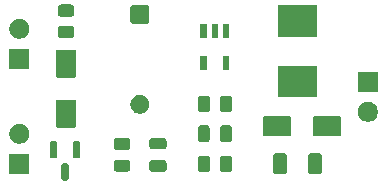
<source format=gbr>
%TF.GenerationSoftware,KiCad,Pcbnew,9.0.2*%
%TF.CreationDate,2025-06-14T21:55:15+08:00*%
%TF.ProjectId,Tiny Solar Supply,54696e79-2053-46f6-9c61-722053757070,rev?*%
%TF.SameCoordinates,Original*%
%TF.FileFunction,Soldermask,Top*%
%TF.FilePolarity,Negative*%
%FSLAX46Y46*%
G04 Gerber Fmt 4.6, Leading zero omitted, Abs format (unit mm)*
G04 Created by KiCad (PCBNEW 9.0.2) date 2025-06-14 21:55:15*
%MOMM*%
%LPD*%
G01*
G04 APERTURE LIST*
G04 APERTURE END LIST*
G36*
X82757403Y-100287418D02*
G01*
X82806066Y-100319934D01*
X82838582Y-100368597D01*
X82850000Y-100426000D01*
X82850000Y-101601000D01*
X82838582Y-101658403D01*
X82806066Y-101707066D01*
X82757403Y-101739582D01*
X82700000Y-101751000D01*
X82400000Y-101751000D01*
X82342597Y-101739582D01*
X82293934Y-101707066D01*
X82261418Y-101658403D01*
X82250000Y-101601000D01*
X82250000Y-100426000D01*
X82261418Y-100368597D01*
X82293934Y-100319934D01*
X82342597Y-100287418D01*
X82400000Y-100276000D01*
X82700000Y-100276000D01*
X82757403Y-100287418D01*
G37*
G36*
X101089850Y-99430964D02*
G01*
X101140040Y-99436787D01*
X101157189Y-99444359D01*
X101180671Y-99449030D01*
X101205810Y-99465827D01*
X101225696Y-99474608D01*
X101239277Y-99488189D01*
X101261777Y-99503223D01*
X101276810Y-99525722D01*
X101290391Y-99539303D01*
X101299170Y-99559186D01*
X101315970Y-99584329D01*
X101320641Y-99607812D01*
X101328212Y-99624959D01*
X101334033Y-99675139D01*
X101335000Y-99680000D01*
X101335000Y-100980000D01*
X101334032Y-100984863D01*
X101328212Y-101035040D01*
X101320641Y-101052185D01*
X101315970Y-101075671D01*
X101299169Y-101100815D01*
X101290391Y-101120696D01*
X101276812Y-101134274D01*
X101261777Y-101156777D01*
X101239274Y-101171812D01*
X101225696Y-101185391D01*
X101205815Y-101194169D01*
X101180671Y-101210970D01*
X101157185Y-101215641D01*
X101140040Y-101223212D01*
X101089861Y-101229032D01*
X101085000Y-101230000D01*
X100435000Y-101230000D01*
X100430138Y-101229032D01*
X100379959Y-101223212D01*
X100362812Y-101215641D01*
X100339329Y-101210970D01*
X100314186Y-101194170D01*
X100294303Y-101185391D01*
X100280722Y-101171810D01*
X100258223Y-101156777D01*
X100243189Y-101134277D01*
X100229608Y-101120696D01*
X100220827Y-101100810D01*
X100204030Y-101075671D01*
X100199359Y-101052189D01*
X100191787Y-101035040D01*
X100185964Y-100984849D01*
X100185000Y-100980000D01*
X100185000Y-99680000D01*
X100185964Y-99675150D01*
X100191787Y-99624959D01*
X100199359Y-99607808D01*
X100204030Y-99584329D01*
X100220826Y-99559191D01*
X100229608Y-99539303D01*
X100243191Y-99525719D01*
X100258223Y-99503223D01*
X100280719Y-99488191D01*
X100294303Y-99474608D01*
X100314191Y-99465826D01*
X100339329Y-99449030D01*
X100362808Y-99444359D01*
X100379959Y-99436787D01*
X100430151Y-99430964D01*
X100435000Y-99430000D01*
X101085000Y-99430000D01*
X101089850Y-99430964D01*
G37*
G36*
X104039850Y-99430964D02*
G01*
X104090040Y-99436787D01*
X104107189Y-99444359D01*
X104130671Y-99449030D01*
X104155810Y-99465827D01*
X104175696Y-99474608D01*
X104189277Y-99488189D01*
X104211777Y-99503223D01*
X104226810Y-99525722D01*
X104240391Y-99539303D01*
X104249170Y-99559186D01*
X104265970Y-99584329D01*
X104270641Y-99607812D01*
X104278212Y-99624959D01*
X104284033Y-99675139D01*
X104285000Y-99680000D01*
X104285000Y-100980000D01*
X104284032Y-100984863D01*
X104278212Y-101035040D01*
X104270641Y-101052185D01*
X104265970Y-101075671D01*
X104249169Y-101100815D01*
X104240391Y-101120696D01*
X104226812Y-101134274D01*
X104211777Y-101156777D01*
X104189274Y-101171812D01*
X104175696Y-101185391D01*
X104155815Y-101194169D01*
X104130671Y-101210970D01*
X104107185Y-101215641D01*
X104090040Y-101223212D01*
X104039861Y-101229032D01*
X104035000Y-101230000D01*
X103385000Y-101230000D01*
X103380138Y-101229032D01*
X103329959Y-101223212D01*
X103312812Y-101215641D01*
X103289329Y-101210970D01*
X103264186Y-101194170D01*
X103244303Y-101185391D01*
X103230722Y-101171810D01*
X103208223Y-101156777D01*
X103193189Y-101134277D01*
X103179608Y-101120696D01*
X103170827Y-101100810D01*
X103154030Y-101075671D01*
X103149359Y-101052189D01*
X103141787Y-101035040D01*
X103135964Y-100984849D01*
X103135000Y-100980000D01*
X103135000Y-99680000D01*
X103135964Y-99675150D01*
X103141787Y-99624959D01*
X103149359Y-99607808D01*
X103154030Y-99584329D01*
X103170826Y-99559191D01*
X103179608Y-99539303D01*
X103193191Y-99525719D01*
X103208223Y-99503223D01*
X103230719Y-99488191D01*
X103244303Y-99474608D01*
X103264191Y-99465826D01*
X103289329Y-99449030D01*
X103312808Y-99444359D01*
X103329959Y-99436787D01*
X103380151Y-99430964D01*
X103385000Y-99430000D01*
X104035000Y-99430000D01*
X104039850Y-99430964D01*
G37*
G36*
X79530000Y-101185000D02*
G01*
X77830000Y-101185000D01*
X77830000Y-99485000D01*
X79530000Y-99485000D01*
X79530000Y-101185000D01*
G37*
G36*
X94604850Y-99630964D02*
G01*
X94655040Y-99636787D01*
X94672189Y-99644359D01*
X94695671Y-99649030D01*
X94720810Y-99665827D01*
X94740696Y-99674608D01*
X94754277Y-99688189D01*
X94776777Y-99703223D01*
X94791810Y-99725722D01*
X94805391Y-99739303D01*
X94814170Y-99759186D01*
X94830970Y-99784329D01*
X94835641Y-99807812D01*
X94843212Y-99824959D01*
X94849033Y-99875139D01*
X94850000Y-99880000D01*
X94850000Y-100780000D01*
X94849032Y-100784863D01*
X94843212Y-100835040D01*
X94835641Y-100852185D01*
X94830970Y-100875671D01*
X94814169Y-100900815D01*
X94805391Y-100920696D01*
X94791812Y-100934274D01*
X94776777Y-100956777D01*
X94754274Y-100971812D01*
X94740696Y-100985391D01*
X94720815Y-100994169D01*
X94695671Y-101010970D01*
X94672185Y-101015641D01*
X94655040Y-101023212D01*
X94604861Y-101029032D01*
X94600000Y-101030000D01*
X94075000Y-101030000D01*
X94070138Y-101029032D01*
X94019959Y-101023212D01*
X94002812Y-101015641D01*
X93979329Y-101010970D01*
X93954186Y-100994170D01*
X93934303Y-100985391D01*
X93920722Y-100971810D01*
X93898223Y-100956777D01*
X93883189Y-100934277D01*
X93869608Y-100920696D01*
X93860827Y-100900810D01*
X93844030Y-100875671D01*
X93839359Y-100852189D01*
X93831787Y-100835040D01*
X93825964Y-100784849D01*
X93825000Y-100780000D01*
X93825000Y-99880000D01*
X93825964Y-99875150D01*
X93831787Y-99824959D01*
X93839359Y-99807808D01*
X93844030Y-99784329D01*
X93860826Y-99759191D01*
X93869608Y-99739303D01*
X93883191Y-99725719D01*
X93898223Y-99703223D01*
X93920719Y-99688191D01*
X93934303Y-99674608D01*
X93954191Y-99665826D01*
X93979329Y-99649030D01*
X94002808Y-99644359D01*
X94019959Y-99636787D01*
X94070151Y-99630964D01*
X94075000Y-99630000D01*
X94600000Y-99630000D01*
X94604850Y-99630964D01*
G37*
G36*
X96429850Y-99630964D02*
G01*
X96480040Y-99636787D01*
X96497189Y-99644359D01*
X96520671Y-99649030D01*
X96545810Y-99665827D01*
X96565696Y-99674608D01*
X96579277Y-99688189D01*
X96601777Y-99703223D01*
X96616810Y-99725722D01*
X96630391Y-99739303D01*
X96639170Y-99759186D01*
X96655970Y-99784329D01*
X96660641Y-99807812D01*
X96668212Y-99824959D01*
X96674033Y-99875139D01*
X96675000Y-99880000D01*
X96675000Y-100780000D01*
X96674032Y-100784863D01*
X96668212Y-100835040D01*
X96660641Y-100852185D01*
X96655970Y-100875671D01*
X96639169Y-100900815D01*
X96630391Y-100920696D01*
X96616812Y-100934274D01*
X96601777Y-100956777D01*
X96579274Y-100971812D01*
X96565696Y-100985391D01*
X96545815Y-100994169D01*
X96520671Y-101010970D01*
X96497185Y-101015641D01*
X96480040Y-101023212D01*
X96429861Y-101029032D01*
X96425000Y-101030000D01*
X95900000Y-101030000D01*
X95895138Y-101029032D01*
X95844959Y-101023212D01*
X95827812Y-101015641D01*
X95804329Y-101010970D01*
X95779186Y-100994170D01*
X95759303Y-100985391D01*
X95745722Y-100971810D01*
X95723223Y-100956777D01*
X95708189Y-100934277D01*
X95694608Y-100920696D01*
X95685827Y-100900810D01*
X95669030Y-100875671D01*
X95664359Y-100852189D01*
X95656787Y-100835040D01*
X95650964Y-100784849D01*
X95650000Y-100780000D01*
X95650000Y-99880000D01*
X95650964Y-99875150D01*
X95656787Y-99824959D01*
X95664359Y-99807808D01*
X95669030Y-99784329D01*
X95685826Y-99759191D01*
X95694608Y-99739303D01*
X95708191Y-99725719D01*
X95723223Y-99703223D01*
X95745719Y-99688191D01*
X95759303Y-99674608D01*
X95779191Y-99665826D01*
X95804329Y-99649030D01*
X95827808Y-99644359D01*
X95844959Y-99636787D01*
X95895151Y-99630964D01*
X95900000Y-99630000D01*
X96425000Y-99630000D01*
X96429850Y-99630964D01*
G37*
G36*
X90903850Y-100018964D02*
G01*
X90954040Y-100024787D01*
X90971189Y-100032359D01*
X90994671Y-100037030D01*
X91019810Y-100053827D01*
X91039696Y-100062608D01*
X91053277Y-100076189D01*
X91075777Y-100091223D01*
X91090810Y-100113722D01*
X91104391Y-100127303D01*
X91113170Y-100147186D01*
X91129970Y-100172329D01*
X91134641Y-100195812D01*
X91142212Y-100212959D01*
X91148033Y-100263139D01*
X91149000Y-100268000D01*
X91149000Y-100768000D01*
X91148032Y-100772863D01*
X91142212Y-100823040D01*
X91134641Y-100840185D01*
X91129970Y-100863671D01*
X91113169Y-100888815D01*
X91104391Y-100908696D01*
X91090812Y-100922274D01*
X91075777Y-100944777D01*
X91053274Y-100959812D01*
X91039696Y-100973391D01*
X91019815Y-100982169D01*
X90994671Y-100998970D01*
X90971185Y-101003641D01*
X90954040Y-101011212D01*
X90903861Y-101017032D01*
X90899000Y-101018000D01*
X89949000Y-101018000D01*
X89944138Y-101017032D01*
X89893959Y-101011212D01*
X89876812Y-101003641D01*
X89853329Y-100998970D01*
X89828186Y-100982170D01*
X89808303Y-100973391D01*
X89794722Y-100959810D01*
X89772223Y-100944777D01*
X89757189Y-100922277D01*
X89743608Y-100908696D01*
X89734827Y-100888810D01*
X89718030Y-100863671D01*
X89713359Y-100840189D01*
X89705787Y-100823040D01*
X89699964Y-100772849D01*
X89699000Y-100768000D01*
X89699000Y-100268000D01*
X89699964Y-100263150D01*
X89705787Y-100212959D01*
X89713359Y-100195808D01*
X89718030Y-100172329D01*
X89734826Y-100147191D01*
X89743608Y-100127303D01*
X89757191Y-100113719D01*
X89772223Y-100091223D01*
X89794719Y-100076191D01*
X89808303Y-100062608D01*
X89828191Y-100053826D01*
X89853329Y-100037030D01*
X89876808Y-100032359D01*
X89893959Y-100024787D01*
X89944151Y-100018964D01*
X89949000Y-100018000D01*
X90899000Y-100018000D01*
X90903850Y-100018964D01*
G37*
G36*
X87830850Y-99968964D02*
G01*
X87881040Y-99974787D01*
X87898189Y-99982359D01*
X87921671Y-99987030D01*
X87946810Y-100003827D01*
X87966696Y-100012608D01*
X87980277Y-100026189D01*
X88002777Y-100041223D01*
X88017810Y-100063722D01*
X88031391Y-100077303D01*
X88040170Y-100097186D01*
X88056970Y-100122329D01*
X88061641Y-100145812D01*
X88069212Y-100162959D01*
X88075033Y-100213139D01*
X88076000Y-100218000D01*
X88076000Y-100743000D01*
X88075032Y-100747863D01*
X88069212Y-100798040D01*
X88061641Y-100815185D01*
X88056970Y-100838671D01*
X88040169Y-100863815D01*
X88031391Y-100883696D01*
X88017812Y-100897274D01*
X88002777Y-100919777D01*
X87980274Y-100934812D01*
X87966696Y-100948391D01*
X87946815Y-100957169D01*
X87921671Y-100973970D01*
X87898185Y-100978641D01*
X87881040Y-100986212D01*
X87830861Y-100992032D01*
X87826000Y-100993000D01*
X86926000Y-100993000D01*
X86921138Y-100992032D01*
X86870959Y-100986212D01*
X86853812Y-100978641D01*
X86830329Y-100973970D01*
X86805186Y-100957170D01*
X86785303Y-100948391D01*
X86771722Y-100934810D01*
X86749223Y-100919777D01*
X86734189Y-100897277D01*
X86720608Y-100883696D01*
X86711827Y-100863810D01*
X86695030Y-100838671D01*
X86690359Y-100815189D01*
X86682787Y-100798040D01*
X86676964Y-100747849D01*
X86676000Y-100743000D01*
X86676000Y-100218000D01*
X86676964Y-100213150D01*
X86682787Y-100162959D01*
X86690359Y-100145808D01*
X86695030Y-100122329D01*
X86711826Y-100097191D01*
X86720608Y-100077303D01*
X86734191Y-100063719D01*
X86749223Y-100041223D01*
X86771719Y-100026191D01*
X86785303Y-100012608D01*
X86805191Y-100003826D01*
X86830329Y-99987030D01*
X86853808Y-99982359D01*
X86870959Y-99974787D01*
X86921151Y-99968964D01*
X86926000Y-99968000D01*
X87826000Y-99968000D01*
X87830850Y-99968964D01*
G37*
G36*
X81807403Y-98412418D02*
G01*
X81856066Y-98444934D01*
X81888582Y-98493597D01*
X81900000Y-98551000D01*
X81900000Y-99726000D01*
X81888582Y-99783403D01*
X81856066Y-99832066D01*
X81807403Y-99864582D01*
X81750000Y-99876000D01*
X81450000Y-99876000D01*
X81392597Y-99864582D01*
X81343934Y-99832066D01*
X81311418Y-99783403D01*
X81300000Y-99726000D01*
X81300000Y-98551000D01*
X81311418Y-98493597D01*
X81343934Y-98444934D01*
X81392597Y-98412418D01*
X81450000Y-98401000D01*
X81750000Y-98401000D01*
X81807403Y-98412418D01*
G37*
G36*
X83707403Y-98412418D02*
G01*
X83756066Y-98444934D01*
X83788582Y-98493597D01*
X83800000Y-98551000D01*
X83800000Y-99726000D01*
X83788582Y-99783403D01*
X83756066Y-99832066D01*
X83707403Y-99864582D01*
X83650000Y-99876000D01*
X83350000Y-99876000D01*
X83292597Y-99864582D01*
X83243934Y-99832066D01*
X83211418Y-99783403D01*
X83200000Y-99726000D01*
X83200000Y-98551000D01*
X83211418Y-98493597D01*
X83243934Y-98444934D01*
X83292597Y-98412418D01*
X83350000Y-98401000D01*
X83650000Y-98401000D01*
X83707403Y-98412418D01*
G37*
G36*
X87830850Y-98143964D02*
G01*
X87881040Y-98149787D01*
X87898189Y-98157359D01*
X87921671Y-98162030D01*
X87946810Y-98178827D01*
X87966696Y-98187608D01*
X87980277Y-98201189D01*
X88002777Y-98216223D01*
X88017810Y-98238722D01*
X88031391Y-98252303D01*
X88040170Y-98272186D01*
X88056970Y-98297329D01*
X88061641Y-98320812D01*
X88069212Y-98337959D01*
X88075033Y-98388139D01*
X88076000Y-98393000D01*
X88076000Y-98918000D01*
X88075032Y-98922863D01*
X88069212Y-98973040D01*
X88061641Y-98990185D01*
X88056970Y-99013671D01*
X88040169Y-99038815D01*
X88031391Y-99058696D01*
X88017812Y-99072274D01*
X88002777Y-99094777D01*
X87980274Y-99109812D01*
X87966696Y-99123391D01*
X87946815Y-99132169D01*
X87921671Y-99148970D01*
X87898185Y-99153641D01*
X87881040Y-99161212D01*
X87830861Y-99167032D01*
X87826000Y-99168000D01*
X86926000Y-99168000D01*
X86921138Y-99167032D01*
X86870959Y-99161212D01*
X86853812Y-99153641D01*
X86830329Y-99148970D01*
X86805186Y-99132170D01*
X86785303Y-99123391D01*
X86771722Y-99109810D01*
X86749223Y-99094777D01*
X86734189Y-99072277D01*
X86720608Y-99058696D01*
X86711827Y-99038810D01*
X86695030Y-99013671D01*
X86690359Y-98990189D01*
X86682787Y-98973040D01*
X86676964Y-98922849D01*
X86676000Y-98918000D01*
X86676000Y-98393000D01*
X86676964Y-98388150D01*
X86682787Y-98337959D01*
X86690359Y-98320808D01*
X86695030Y-98297329D01*
X86711826Y-98272191D01*
X86720608Y-98252303D01*
X86734191Y-98238719D01*
X86749223Y-98216223D01*
X86771719Y-98201191D01*
X86785303Y-98187608D01*
X86805191Y-98178826D01*
X86830329Y-98162030D01*
X86853808Y-98157359D01*
X86870959Y-98149787D01*
X86921151Y-98143964D01*
X86926000Y-98143000D01*
X87826000Y-98143000D01*
X87830850Y-98143964D01*
G37*
G36*
X90903850Y-98118964D02*
G01*
X90954040Y-98124787D01*
X90971189Y-98132359D01*
X90994671Y-98137030D01*
X91019810Y-98153827D01*
X91039696Y-98162608D01*
X91053277Y-98176189D01*
X91075777Y-98191223D01*
X91090810Y-98213722D01*
X91104391Y-98227303D01*
X91113170Y-98247186D01*
X91129970Y-98272329D01*
X91134641Y-98295812D01*
X91142212Y-98312959D01*
X91148033Y-98363139D01*
X91149000Y-98368000D01*
X91149000Y-98868000D01*
X91148032Y-98872863D01*
X91142212Y-98923040D01*
X91134641Y-98940185D01*
X91129970Y-98963671D01*
X91113169Y-98988815D01*
X91104391Y-99008696D01*
X91090812Y-99022274D01*
X91075777Y-99044777D01*
X91053274Y-99059812D01*
X91039696Y-99073391D01*
X91019815Y-99082169D01*
X90994671Y-99098970D01*
X90971185Y-99103641D01*
X90954040Y-99111212D01*
X90903861Y-99117032D01*
X90899000Y-99118000D01*
X89949000Y-99118000D01*
X89944138Y-99117032D01*
X89893959Y-99111212D01*
X89876812Y-99103641D01*
X89853329Y-99098970D01*
X89828186Y-99082170D01*
X89808303Y-99073391D01*
X89794722Y-99059810D01*
X89772223Y-99044777D01*
X89757189Y-99022277D01*
X89743608Y-99008696D01*
X89734827Y-98988810D01*
X89718030Y-98963671D01*
X89713359Y-98940189D01*
X89705787Y-98923040D01*
X89699964Y-98872849D01*
X89699000Y-98868000D01*
X89699000Y-98368000D01*
X89699964Y-98363150D01*
X89705787Y-98312959D01*
X89713359Y-98295808D01*
X89718030Y-98272329D01*
X89734826Y-98247191D01*
X89743608Y-98227303D01*
X89757191Y-98213719D01*
X89772223Y-98191223D01*
X89794719Y-98176191D01*
X89808303Y-98162608D01*
X89828191Y-98153826D01*
X89853329Y-98137030D01*
X89876808Y-98132359D01*
X89893959Y-98124787D01*
X89944151Y-98118964D01*
X89949000Y-98118000D01*
X90899000Y-98118000D01*
X90903850Y-98118964D01*
G37*
G36*
X78926742Y-96981601D02*
G01*
X79080687Y-97045367D01*
X79219234Y-97137941D01*
X79337059Y-97255766D01*
X79429633Y-97394313D01*
X79493399Y-97548258D01*
X79525907Y-97711685D01*
X79525907Y-97878315D01*
X79493399Y-98041742D01*
X79429633Y-98195687D01*
X79337059Y-98334234D01*
X79219234Y-98452059D01*
X79080687Y-98544633D01*
X78926742Y-98608399D01*
X78763315Y-98640907D01*
X78596685Y-98640907D01*
X78433258Y-98608399D01*
X78279313Y-98544633D01*
X78140766Y-98452059D01*
X78022941Y-98334234D01*
X77930367Y-98195687D01*
X77866601Y-98041742D01*
X77834093Y-97878315D01*
X77834093Y-97711685D01*
X77866601Y-97548258D01*
X77930367Y-97394313D01*
X78022941Y-97255766D01*
X78140766Y-97137941D01*
X78279313Y-97045367D01*
X78433258Y-96981601D01*
X78596685Y-96949093D01*
X78763315Y-96949093D01*
X78926742Y-96981601D01*
G37*
G36*
X94554850Y-97065964D02*
G01*
X94605040Y-97071787D01*
X94622189Y-97079359D01*
X94645671Y-97084030D01*
X94670810Y-97100827D01*
X94690696Y-97109608D01*
X94704277Y-97123189D01*
X94726777Y-97138223D01*
X94741810Y-97160722D01*
X94755391Y-97174303D01*
X94764170Y-97194186D01*
X94780970Y-97219329D01*
X94785641Y-97242812D01*
X94793212Y-97259959D01*
X94799033Y-97310139D01*
X94800000Y-97315000D01*
X94800000Y-98265000D01*
X94799032Y-98269863D01*
X94793212Y-98320040D01*
X94785641Y-98337185D01*
X94780970Y-98360671D01*
X94764169Y-98385815D01*
X94755391Y-98405696D01*
X94741812Y-98419274D01*
X94726777Y-98441777D01*
X94704274Y-98456812D01*
X94690696Y-98470391D01*
X94670815Y-98479169D01*
X94645671Y-98495970D01*
X94622185Y-98500641D01*
X94605040Y-98508212D01*
X94554861Y-98514032D01*
X94550000Y-98515000D01*
X94050000Y-98515000D01*
X94045138Y-98514032D01*
X93994959Y-98508212D01*
X93977812Y-98500641D01*
X93954329Y-98495970D01*
X93929186Y-98479170D01*
X93909303Y-98470391D01*
X93895722Y-98456810D01*
X93873223Y-98441777D01*
X93858189Y-98419277D01*
X93844608Y-98405696D01*
X93835827Y-98385810D01*
X93819030Y-98360671D01*
X93814359Y-98337189D01*
X93806787Y-98320040D01*
X93800964Y-98269849D01*
X93800000Y-98265000D01*
X93800000Y-97315000D01*
X93800964Y-97310150D01*
X93806787Y-97259959D01*
X93814359Y-97242808D01*
X93819030Y-97219329D01*
X93835826Y-97194191D01*
X93844608Y-97174303D01*
X93858191Y-97160719D01*
X93873223Y-97138223D01*
X93895719Y-97123191D01*
X93909303Y-97109608D01*
X93929191Y-97100826D01*
X93954329Y-97084030D01*
X93977808Y-97079359D01*
X93994959Y-97071787D01*
X94045151Y-97065964D01*
X94050000Y-97065000D01*
X94550000Y-97065000D01*
X94554850Y-97065964D01*
G37*
G36*
X96454850Y-97065964D02*
G01*
X96505040Y-97071787D01*
X96522189Y-97079359D01*
X96545671Y-97084030D01*
X96570810Y-97100827D01*
X96590696Y-97109608D01*
X96604277Y-97123189D01*
X96626777Y-97138223D01*
X96641810Y-97160722D01*
X96655391Y-97174303D01*
X96664170Y-97194186D01*
X96680970Y-97219329D01*
X96685641Y-97242812D01*
X96693212Y-97259959D01*
X96699033Y-97310139D01*
X96700000Y-97315000D01*
X96700000Y-98265000D01*
X96699032Y-98269863D01*
X96693212Y-98320040D01*
X96685641Y-98337185D01*
X96680970Y-98360671D01*
X96664169Y-98385815D01*
X96655391Y-98405696D01*
X96641812Y-98419274D01*
X96626777Y-98441777D01*
X96604274Y-98456812D01*
X96590696Y-98470391D01*
X96570815Y-98479169D01*
X96545671Y-98495970D01*
X96522185Y-98500641D01*
X96505040Y-98508212D01*
X96454861Y-98514032D01*
X96450000Y-98515000D01*
X95950000Y-98515000D01*
X95945138Y-98514032D01*
X95894959Y-98508212D01*
X95877812Y-98500641D01*
X95854329Y-98495970D01*
X95829186Y-98479170D01*
X95809303Y-98470391D01*
X95795722Y-98456810D01*
X95773223Y-98441777D01*
X95758189Y-98419277D01*
X95744608Y-98405696D01*
X95735827Y-98385810D01*
X95719030Y-98360671D01*
X95714359Y-98337189D01*
X95706787Y-98320040D01*
X95700964Y-98269849D01*
X95700000Y-98265000D01*
X95700000Y-97315000D01*
X95700964Y-97310150D01*
X95706787Y-97259959D01*
X95714359Y-97242808D01*
X95719030Y-97219329D01*
X95735826Y-97194191D01*
X95744608Y-97174303D01*
X95758191Y-97160719D01*
X95773223Y-97138223D01*
X95795719Y-97123191D01*
X95809303Y-97109608D01*
X95829191Y-97100826D01*
X95854329Y-97084030D01*
X95877808Y-97079359D01*
X95894959Y-97071787D01*
X95945151Y-97065964D01*
X95950000Y-97065000D01*
X96450000Y-97065000D01*
X96454850Y-97065964D01*
G37*
G36*
X101594034Y-96310764D02*
G01*
X101627125Y-96332875D01*
X101649236Y-96365966D01*
X101657000Y-96405000D01*
X101657000Y-97905000D01*
X101649236Y-97944034D01*
X101627125Y-97977125D01*
X101594034Y-97999236D01*
X101555000Y-98007000D01*
X99435000Y-98007000D01*
X99395966Y-97999236D01*
X99362875Y-97977125D01*
X99340764Y-97944034D01*
X99333000Y-97905000D01*
X99333000Y-96405000D01*
X99340764Y-96365966D01*
X99362875Y-96332875D01*
X99395966Y-96310764D01*
X99435000Y-96303000D01*
X101555000Y-96303000D01*
X101594034Y-96310764D01*
G37*
G36*
X105824034Y-96310764D02*
G01*
X105857125Y-96332875D01*
X105879236Y-96365966D01*
X105887000Y-96405000D01*
X105887000Y-97905000D01*
X105879236Y-97944034D01*
X105857125Y-97977125D01*
X105824034Y-97999236D01*
X105785000Y-98007000D01*
X103665000Y-98007000D01*
X103625966Y-97999236D01*
X103592875Y-97977125D01*
X103570764Y-97944034D01*
X103563000Y-97905000D01*
X103563000Y-96405000D01*
X103570764Y-96365966D01*
X103592875Y-96332875D01*
X103625966Y-96310764D01*
X103665000Y-96303000D01*
X105785000Y-96303000D01*
X105824034Y-96310764D01*
G37*
G36*
X83426534Y-94940764D02*
G01*
X83459625Y-94962875D01*
X83481736Y-94995966D01*
X83489500Y-95035000D01*
X83489500Y-97155000D01*
X83481736Y-97194034D01*
X83459625Y-97227125D01*
X83426534Y-97249236D01*
X83387500Y-97257000D01*
X81887500Y-97257000D01*
X81848466Y-97249236D01*
X81815375Y-97227125D01*
X81793264Y-97194034D01*
X81785500Y-97155000D01*
X81785500Y-95035000D01*
X81793264Y-94995966D01*
X81815375Y-94962875D01*
X81848466Y-94940764D01*
X81887500Y-94933000D01*
X83387500Y-94933000D01*
X83426534Y-94940764D01*
G37*
G36*
X108434542Y-95117401D02*
G01*
X108588487Y-95181167D01*
X108727034Y-95273741D01*
X108844859Y-95391566D01*
X108937433Y-95530113D01*
X109001199Y-95684058D01*
X109033707Y-95847485D01*
X109033707Y-96014115D01*
X109001199Y-96177542D01*
X108937433Y-96331487D01*
X108844859Y-96470034D01*
X108727034Y-96587859D01*
X108588487Y-96680433D01*
X108434542Y-96744199D01*
X108271115Y-96776707D01*
X108104485Y-96776707D01*
X107941058Y-96744199D01*
X107787113Y-96680433D01*
X107648566Y-96587859D01*
X107530741Y-96470034D01*
X107438167Y-96331487D01*
X107374401Y-96177542D01*
X107341893Y-96014115D01*
X107341893Y-95847485D01*
X107374401Y-95684058D01*
X107438167Y-95530113D01*
X107530741Y-95391566D01*
X107648566Y-95273741D01*
X107787113Y-95181167D01*
X107941058Y-95117401D01*
X108104485Y-95084893D01*
X108271115Y-95084893D01*
X108434542Y-95117401D01*
G37*
G36*
X89119728Y-94526948D02*
G01*
X89264617Y-94586963D01*
X89395015Y-94674092D01*
X89505908Y-94784985D01*
X89593037Y-94915383D01*
X89653052Y-95060272D01*
X89683648Y-95214086D01*
X89683648Y-95370914D01*
X89653052Y-95524728D01*
X89593037Y-95669617D01*
X89505908Y-95800015D01*
X89395015Y-95910908D01*
X89264617Y-95998037D01*
X89119728Y-96058052D01*
X88965914Y-96088648D01*
X88809086Y-96088648D01*
X88655272Y-96058052D01*
X88510383Y-95998037D01*
X88379985Y-95910908D01*
X88269092Y-95800015D01*
X88181963Y-95669617D01*
X88121948Y-95524728D01*
X88091352Y-95370914D01*
X88091352Y-95214086D01*
X88121948Y-95060272D01*
X88181963Y-94915383D01*
X88269092Y-94784985D01*
X88379985Y-94674092D01*
X88510383Y-94586963D01*
X88655272Y-94526948D01*
X88809086Y-94496352D01*
X88965914Y-94496352D01*
X89119728Y-94526948D01*
G37*
G36*
X94604850Y-94550964D02*
G01*
X94655040Y-94556787D01*
X94672189Y-94564359D01*
X94695671Y-94569030D01*
X94720810Y-94585827D01*
X94740696Y-94594608D01*
X94754277Y-94608189D01*
X94776777Y-94623223D01*
X94791810Y-94645722D01*
X94805391Y-94659303D01*
X94814170Y-94679186D01*
X94830970Y-94704329D01*
X94835641Y-94727812D01*
X94843212Y-94744959D01*
X94849033Y-94795139D01*
X94850000Y-94800000D01*
X94850000Y-95700000D01*
X94849032Y-95704863D01*
X94843212Y-95755040D01*
X94835641Y-95772185D01*
X94830970Y-95795671D01*
X94814169Y-95820815D01*
X94805391Y-95840696D01*
X94791812Y-95854274D01*
X94776777Y-95876777D01*
X94754274Y-95891812D01*
X94740696Y-95905391D01*
X94720815Y-95914169D01*
X94695671Y-95930970D01*
X94672185Y-95935641D01*
X94655040Y-95943212D01*
X94604861Y-95949032D01*
X94600000Y-95950000D01*
X94075000Y-95950000D01*
X94070138Y-95949032D01*
X94019959Y-95943212D01*
X94002812Y-95935641D01*
X93979329Y-95930970D01*
X93954186Y-95914170D01*
X93934303Y-95905391D01*
X93920722Y-95891810D01*
X93898223Y-95876777D01*
X93883189Y-95854277D01*
X93869608Y-95840696D01*
X93860827Y-95820810D01*
X93844030Y-95795671D01*
X93839359Y-95772189D01*
X93831787Y-95755040D01*
X93825964Y-95704849D01*
X93825000Y-95700000D01*
X93825000Y-94800000D01*
X93825964Y-94795150D01*
X93831787Y-94744959D01*
X93839359Y-94727808D01*
X93844030Y-94704329D01*
X93860826Y-94679191D01*
X93869608Y-94659303D01*
X93883191Y-94645719D01*
X93898223Y-94623223D01*
X93920719Y-94608191D01*
X93934303Y-94594608D01*
X93954191Y-94585826D01*
X93979329Y-94569030D01*
X94002808Y-94564359D01*
X94019959Y-94556787D01*
X94070151Y-94550964D01*
X94075000Y-94550000D01*
X94600000Y-94550000D01*
X94604850Y-94550964D01*
G37*
G36*
X96429850Y-94550964D02*
G01*
X96480040Y-94556787D01*
X96497189Y-94564359D01*
X96520671Y-94569030D01*
X96545810Y-94585827D01*
X96565696Y-94594608D01*
X96579277Y-94608189D01*
X96601777Y-94623223D01*
X96616810Y-94645722D01*
X96630391Y-94659303D01*
X96639170Y-94679186D01*
X96655970Y-94704329D01*
X96660641Y-94727812D01*
X96668212Y-94744959D01*
X96674033Y-94795139D01*
X96675000Y-94800000D01*
X96675000Y-95700000D01*
X96674032Y-95704863D01*
X96668212Y-95755040D01*
X96660641Y-95772185D01*
X96655970Y-95795671D01*
X96639169Y-95820815D01*
X96630391Y-95840696D01*
X96616812Y-95854274D01*
X96601777Y-95876777D01*
X96579274Y-95891812D01*
X96565696Y-95905391D01*
X96545815Y-95914169D01*
X96520671Y-95930970D01*
X96497185Y-95935641D01*
X96480040Y-95943212D01*
X96429861Y-95949032D01*
X96425000Y-95950000D01*
X95900000Y-95950000D01*
X95895138Y-95949032D01*
X95844959Y-95943212D01*
X95827812Y-95935641D01*
X95804329Y-95930970D01*
X95779186Y-95914170D01*
X95759303Y-95905391D01*
X95745722Y-95891810D01*
X95723223Y-95876777D01*
X95708189Y-95854277D01*
X95694608Y-95840696D01*
X95685827Y-95820810D01*
X95669030Y-95795671D01*
X95664359Y-95772189D01*
X95656787Y-95755040D01*
X95650964Y-95704849D01*
X95650000Y-95700000D01*
X95650000Y-94800000D01*
X95650964Y-94795150D01*
X95656787Y-94744959D01*
X95664359Y-94727808D01*
X95669030Y-94704329D01*
X95685826Y-94679191D01*
X95694608Y-94659303D01*
X95708191Y-94645719D01*
X95723223Y-94623223D01*
X95745719Y-94608191D01*
X95759303Y-94594608D01*
X95779191Y-94585826D01*
X95804329Y-94569030D01*
X95827808Y-94564359D01*
X95844959Y-94556787D01*
X95895151Y-94550964D01*
X95900000Y-94550000D01*
X96425000Y-94550000D01*
X96429850Y-94550964D01*
G37*
G36*
X103886000Y-94703900D02*
G01*
X100584000Y-94703900D01*
X100584000Y-92036900D01*
X103886000Y-92036900D01*
X103886000Y-94703900D01*
G37*
G36*
X109037800Y-94240800D02*
G01*
X107337800Y-94240800D01*
X107337800Y-92540800D01*
X109037800Y-92540800D01*
X109037800Y-94240800D01*
G37*
G36*
X83426534Y-90710764D02*
G01*
X83459625Y-90732875D01*
X83481736Y-90765966D01*
X83489500Y-90805000D01*
X83489500Y-92925000D01*
X83481736Y-92964034D01*
X83459625Y-92997125D01*
X83426534Y-93019236D01*
X83387500Y-93027000D01*
X81887500Y-93027000D01*
X81848466Y-93019236D01*
X81815375Y-92997125D01*
X81793264Y-92964034D01*
X81785500Y-92925000D01*
X81785500Y-90805000D01*
X81793264Y-90765966D01*
X81815375Y-90732875D01*
X81848466Y-90710764D01*
X81887500Y-90703000D01*
X83387500Y-90703000D01*
X83426534Y-90710764D01*
G37*
G36*
X94579399Y-92379800D02*
G01*
X94020599Y-92379800D01*
X94020599Y-91198700D01*
X94579399Y-91198700D01*
X94579399Y-92379800D01*
G37*
G36*
X96479401Y-92379800D02*
G01*
X95920601Y-92379800D01*
X95920601Y-91198700D01*
X96479401Y-91198700D01*
X96479401Y-92379800D01*
G37*
G36*
X79530000Y-92295000D02*
G01*
X77830000Y-92295000D01*
X77830000Y-90595000D01*
X79530000Y-90595000D01*
X79530000Y-92295000D01*
G37*
G36*
X78926742Y-88091601D02*
G01*
X79080687Y-88155367D01*
X79219234Y-88247941D01*
X79337059Y-88365766D01*
X79429633Y-88504313D01*
X79493399Y-88658258D01*
X79525907Y-88821685D01*
X79525907Y-88988315D01*
X79493399Y-89151742D01*
X79429633Y-89305687D01*
X79337059Y-89444234D01*
X79219234Y-89562059D01*
X79080687Y-89654633D01*
X78926742Y-89718399D01*
X78763315Y-89750907D01*
X78596685Y-89750907D01*
X78433258Y-89718399D01*
X78279313Y-89654633D01*
X78140766Y-89562059D01*
X78022941Y-89444234D01*
X77930367Y-89305687D01*
X77866601Y-89151742D01*
X77834093Y-88988315D01*
X77834093Y-88821685D01*
X77866601Y-88658258D01*
X77930367Y-88504313D01*
X78022941Y-88365766D01*
X78140766Y-88247941D01*
X78279313Y-88155367D01*
X78433258Y-88091601D01*
X78596685Y-88059093D01*
X78763315Y-88059093D01*
X78926742Y-88091601D01*
G37*
G36*
X83092350Y-88665964D02*
G01*
X83142540Y-88671787D01*
X83159689Y-88679359D01*
X83183171Y-88684030D01*
X83208310Y-88700827D01*
X83228196Y-88709608D01*
X83241777Y-88723189D01*
X83264277Y-88738223D01*
X83279310Y-88760722D01*
X83292891Y-88774303D01*
X83301670Y-88794186D01*
X83318470Y-88819329D01*
X83323141Y-88842812D01*
X83330712Y-88859959D01*
X83336533Y-88910139D01*
X83337500Y-88915000D01*
X83337500Y-89440000D01*
X83336532Y-89444863D01*
X83330712Y-89495040D01*
X83323141Y-89512185D01*
X83318470Y-89535671D01*
X83301669Y-89560815D01*
X83292891Y-89580696D01*
X83279312Y-89594274D01*
X83264277Y-89616777D01*
X83241774Y-89631812D01*
X83228196Y-89645391D01*
X83208315Y-89654169D01*
X83183171Y-89670970D01*
X83159685Y-89675641D01*
X83142540Y-89683212D01*
X83092361Y-89689032D01*
X83087500Y-89690000D01*
X82187500Y-89690000D01*
X82182638Y-89689032D01*
X82132459Y-89683212D01*
X82115312Y-89675641D01*
X82091829Y-89670970D01*
X82066686Y-89654170D01*
X82046803Y-89645391D01*
X82033222Y-89631810D01*
X82010723Y-89616777D01*
X81995689Y-89594277D01*
X81982108Y-89580696D01*
X81973327Y-89560810D01*
X81956530Y-89535671D01*
X81951859Y-89512189D01*
X81944287Y-89495040D01*
X81938464Y-89444849D01*
X81937500Y-89440000D01*
X81937500Y-88915000D01*
X81938464Y-88910150D01*
X81944287Y-88859959D01*
X81951859Y-88842808D01*
X81956530Y-88819329D01*
X81973326Y-88794191D01*
X81982108Y-88774303D01*
X81995691Y-88760719D01*
X82010723Y-88738223D01*
X82033219Y-88723191D01*
X82046803Y-88709608D01*
X82066691Y-88700826D01*
X82091829Y-88684030D01*
X82115308Y-88679359D01*
X82132459Y-88671787D01*
X82182651Y-88665964D01*
X82187500Y-88665000D01*
X83087500Y-88665000D01*
X83092350Y-88665964D01*
G37*
G36*
X94579399Y-89649300D02*
G01*
X94020599Y-89649300D01*
X94020599Y-88468200D01*
X94579399Y-88468200D01*
X94579399Y-89649300D01*
G37*
G36*
X95529400Y-89649300D02*
G01*
X94970600Y-89649300D01*
X94970600Y-88468200D01*
X95529400Y-88468200D01*
X95529400Y-89649300D01*
G37*
G36*
X96479401Y-89649300D02*
G01*
X95920601Y-89649300D01*
X95920601Y-88468200D01*
X96479401Y-88468200D01*
X96479401Y-89649300D01*
G37*
G36*
X103886000Y-89573100D02*
G01*
X100584000Y-89573100D01*
X100584000Y-86906100D01*
X103886000Y-86906100D01*
X103886000Y-89573100D01*
G37*
G36*
X89442350Y-86873464D02*
G01*
X89492540Y-86879287D01*
X89509689Y-86886859D01*
X89533171Y-86891530D01*
X89558310Y-86908327D01*
X89578196Y-86917108D01*
X89591777Y-86930689D01*
X89614277Y-86945723D01*
X89629310Y-86968222D01*
X89642891Y-86981803D01*
X89651670Y-87001686D01*
X89668470Y-87026829D01*
X89673141Y-87050312D01*
X89680712Y-87067459D01*
X89686533Y-87117639D01*
X89687500Y-87122500D01*
X89687500Y-88222500D01*
X89686532Y-88227363D01*
X89680712Y-88277540D01*
X89673141Y-88294685D01*
X89668470Y-88318171D01*
X89651669Y-88343315D01*
X89642891Y-88363196D01*
X89629312Y-88376774D01*
X89614277Y-88399277D01*
X89591774Y-88414312D01*
X89578196Y-88427891D01*
X89558315Y-88436669D01*
X89533171Y-88453470D01*
X89509685Y-88458141D01*
X89492540Y-88465712D01*
X89442361Y-88471532D01*
X89437500Y-88472500D01*
X88337500Y-88472500D01*
X88332638Y-88471532D01*
X88282459Y-88465712D01*
X88265312Y-88458141D01*
X88241829Y-88453470D01*
X88216686Y-88436670D01*
X88196803Y-88427891D01*
X88183222Y-88414310D01*
X88160723Y-88399277D01*
X88145689Y-88376777D01*
X88132108Y-88363196D01*
X88123327Y-88343310D01*
X88106530Y-88318171D01*
X88101859Y-88294689D01*
X88094287Y-88277540D01*
X88088464Y-88227349D01*
X88087500Y-88222500D01*
X88087500Y-87122500D01*
X88088464Y-87117650D01*
X88094287Y-87067459D01*
X88101859Y-87050308D01*
X88106530Y-87026829D01*
X88123326Y-87001691D01*
X88132108Y-86981803D01*
X88145691Y-86968219D01*
X88160723Y-86945723D01*
X88183219Y-86930691D01*
X88196803Y-86917108D01*
X88216691Y-86908326D01*
X88241829Y-86891530D01*
X88265308Y-86886859D01*
X88282459Y-86879287D01*
X88332651Y-86873464D01*
X88337500Y-86872500D01*
X89437500Y-86872500D01*
X89442350Y-86873464D01*
G37*
G36*
X83092350Y-86840964D02*
G01*
X83142540Y-86846787D01*
X83159689Y-86854359D01*
X83183171Y-86859030D01*
X83208310Y-86875827D01*
X83228196Y-86884608D01*
X83241777Y-86898189D01*
X83264277Y-86913223D01*
X83279310Y-86935722D01*
X83292891Y-86949303D01*
X83301670Y-86969186D01*
X83318470Y-86994329D01*
X83323141Y-87017812D01*
X83330712Y-87034959D01*
X83336533Y-87085139D01*
X83337500Y-87090000D01*
X83337500Y-87615000D01*
X83336532Y-87619863D01*
X83330712Y-87670040D01*
X83323141Y-87687185D01*
X83318470Y-87710671D01*
X83301669Y-87735815D01*
X83292891Y-87755696D01*
X83279312Y-87769274D01*
X83264277Y-87791777D01*
X83241774Y-87806812D01*
X83228196Y-87820391D01*
X83208315Y-87829169D01*
X83183171Y-87845970D01*
X83159685Y-87850641D01*
X83142540Y-87858212D01*
X83092361Y-87864032D01*
X83087500Y-87865000D01*
X82187500Y-87865000D01*
X82182638Y-87864032D01*
X82132459Y-87858212D01*
X82115312Y-87850641D01*
X82091829Y-87845970D01*
X82066686Y-87829170D01*
X82046803Y-87820391D01*
X82033222Y-87806810D01*
X82010723Y-87791777D01*
X81995689Y-87769277D01*
X81982108Y-87755696D01*
X81973327Y-87735810D01*
X81956530Y-87710671D01*
X81951859Y-87687189D01*
X81944287Y-87670040D01*
X81938464Y-87619849D01*
X81937500Y-87615000D01*
X81937500Y-87090000D01*
X81938464Y-87085150D01*
X81944287Y-87034959D01*
X81951859Y-87017808D01*
X81956530Y-86994329D01*
X81973326Y-86969191D01*
X81982108Y-86949303D01*
X81995691Y-86935719D01*
X82010723Y-86913223D01*
X82033219Y-86898191D01*
X82046803Y-86884608D01*
X82066691Y-86875826D01*
X82091829Y-86859030D01*
X82115308Y-86854359D01*
X82132459Y-86846787D01*
X82182651Y-86840964D01*
X82187500Y-86840000D01*
X83087500Y-86840000D01*
X83092350Y-86840964D01*
G37*
M02*

</source>
